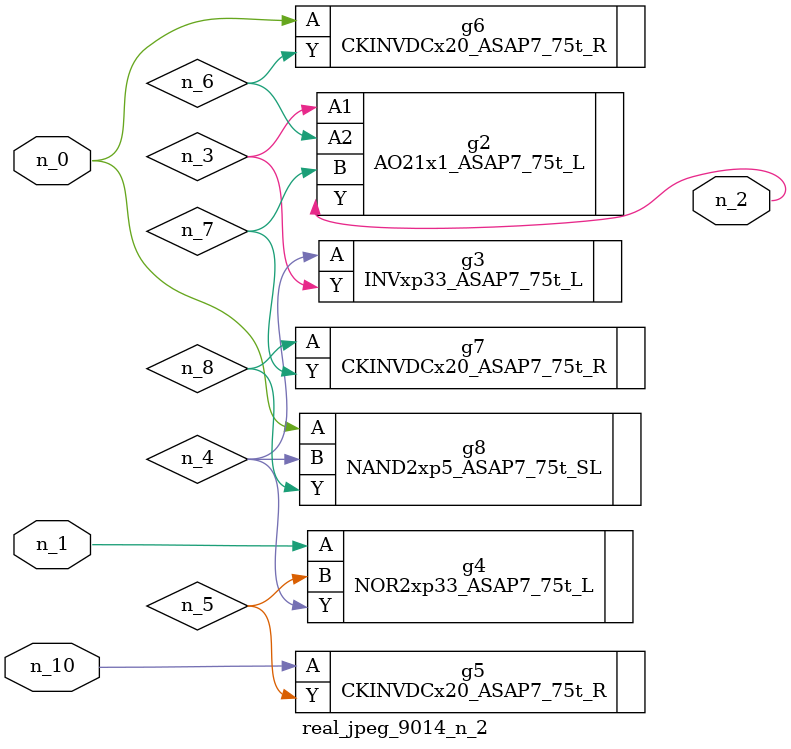
<source format=v>
module real_jpeg_9014_n_2 (n_1, n_10, n_0, n_2);

input n_1;
input n_10;
input n_0;

output n_2;

wire n_5;
wire n_4;
wire n_8;
wire n_6;
wire n_7;
wire n_3;

CKINVDCx20_ASAP7_75t_R g6 ( 
.A(n_0),
.Y(n_6)
);

NAND2xp5_ASAP7_75t_SL g8 ( 
.A(n_0),
.B(n_4),
.Y(n_8)
);

NOR2xp33_ASAP7_75t_L g4 ( 
.A(n_1),
.B(n_5),
.Y(n_4)
);

AO21x1_ASAP7_75t_L g2 ( 
.A1(n_3),
.A2(n_6),
.B(n_7),
.Y(n_2)
);

INVxp33_ASAP7_75t_L g3 ( 
.A(n_4),
.Y(n_3)
);

CKINVDCx20_ASAP7_75t_R g7 ( 
.A(n_8),
.Y(n_7)
);

CKINVDCx20_ASAP7_75t_R g5 ( 
.A(n_10),
.Y(n_5)
);


endmodule
</source>
